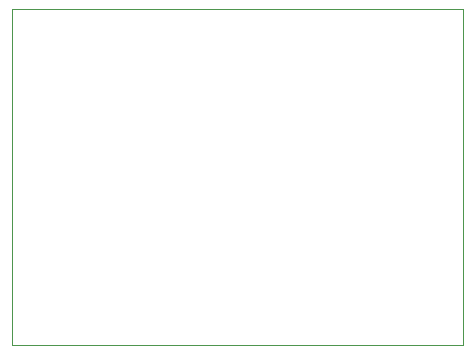
<source format=gbr>
%TF.GenerationSoftware,KiCad,Pcbnew,8.0.4-8.0.4-0~ubuntu22.04.1*%
%TF.CreationDate,2024-07-26T18:01:14+09:00*%
%TF.ProjectId,ESP32C3XIAO_mother,45535033-3243-4335-9849-414f5f6d6f74,rev?*%
%TF.SameCoordinates,Original*%
%TF.FileFunction,Profile,NP*%
%FSLAX46Y46*%
G04 Gerber Fmt 4.6, Leading zero omitted, Abs format (unit mm)*
G04 Created by KiCad (PCBNEW 8.0.4-8.0.4-0~ubuntu22.04.1) date 2024-07-26 18:01:14*
%MOMM*%
%LPD*%
G01*
G04 APERTURE LIST*
%TA.AperFunction,Profile*%
%ADD10C,0.050000*%
%TD*%
G04 APERTURE END LIST*
D10*
X112000000Y-64750000D02*
X150250000Y-64750000D01*
X150250000Y-93250000D01*
X112000000Y-93250000D01*
X112000000Y-64750000D01*
M02*

</source>
